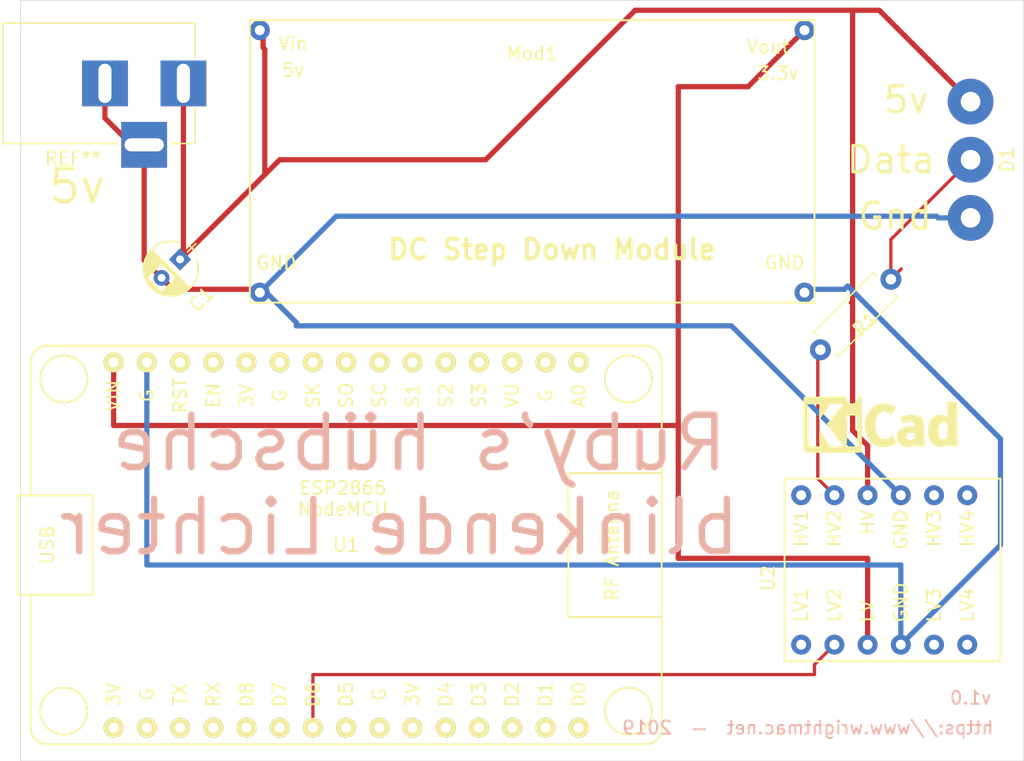
<source format=kicad_pcb>
(kicad_pcb (version 20171130) (host pcbnew "(5.1.2-1)-1")

  (general
    (thickness 1.6)
    (drawings 16)
    (tracks 60)
    (zones 0)
    (modules 8)
    (nets 40)
  )

  (page A4)
  (title_block
    (title "Ruby's Lights")
    (date 2019-05-30)
    (rev .5)
    (company wrightMac)
  )

  (layers
    (0 F.Cu signal)
    (31 B.Cu signal)
    (32 B.Adhes user)
    (33 F.Adhes user)
    (34 B.Paste user)
    (35 F.Paste user)
    (36 B.SilkS user)
    (37 F.SilkS user)
    (38 B.Mask user)
    (39 F.Mask user)
    (40 Dwgs.User user)
    (41 Cmts.User user)
    (42 Eco1.User user)
    (43 Eco2.User user)
    (44 Edge.Cuts user)
    (45 Margin user)
    (46 B.CrtYd user)
    (47 F.CrtYd user)
    (48 B.Fab user)
    (49 F.Fab user hide)
  )

  (setup
    (last_trace_width 0.25)
    (trace_clearance 0.2)
    (zone_clearance 0.508)
    (zone_45_only no)
    (trace_min 0.2)
    (via_size 0.8)
    (via_drill 0.4)
    (via_min_size 0.4)
    (via_min_drill 0.3)
    (uvia_size 0.3)
    (uvia_drill 0.1)
    (uvias_allowed no)
    (uvia_min_size 0.2)
    (uvia_min_drill 0.1)
    (edge_width 0.05)
    (segment_width 0.2)
    (pcb_text_width 0.3)
    (pcb_text_size 1.5 1.5)
    (mod_edge_width 0.12)
    (mod_text_size 1 1)
    (mod_text_width 0.15)
    (pad_size 3.5 3.5)
    (pad_drill 3)
    (pad_to_mask_clearance 0.051)
    (solder_mask_min_width 0.25)
    (aux_axis_origin 0 0)
    (visible_elements FFFFEF7F)
    (pcbplotparams
      (layerselection 0x010fc_ffffffff)
      (usegerberextensions false)
      (usegerberattributes false)
      (usegerberadvancedattributes false)
      (creategerberjobfile false)
      (excludeedgelayer true)
      (linewidth 0.100000)
      (plotframeref false)
      (viasonmask false)
      (mode 1)
      (useauxorigin false)
      (hpglpennumber 1)
      (hpglpenspeed 20)
      (hpglpendiameter 15.000000)
      (psnegative false)
      (psa4output false)
      (plotreference true)
      (plotvalue true)
      (plotinvisibletext false)
      (padsonsilk false)
      (subtractmaskfromsilk false)
      (outputformat 1)
      (mirror false)
      (drillshape 0)
      (scaleselection 1)
      (outputdirectory "Gerbers/"))
  )

  (net 0 "")
  (net 1 GND)
  (net 2 +5V)
  (net 3 "Net-(U1-Pad1)")
  (net 4 "Net-(U1-Pad2)")
  (net 5 "Net-(U1-Pad3)")
  (net 6 "Net-(U1-Pad4)")
  (net 7 "Net-(U1-Pad5)")
  (net 8 "Net-(U1-Pad6)")
  (net 9 "Net-(U1-Pad7)")
  (net 10 "Net-(U1-Pad8)")
  (net 11 "Net-(U1-Pad9)")
  (net 12 "Net-(U1-Pad10)")
  (net 13 "Net-(U1-Pad11)")
  (net 14 "Net-(U1-Pad12)")
  (net 15 "Net-(U1-Pad13)")
  (net 16 "Net-(U1-Pad16)")
  (net 17 "Net-(U1-Pad17)")
  (net 18 "Net-(U1-Pad18)")
  (net 19 "Net-(U1-Pad19)")
  (net 20 "Net-(U1-Pad20)")
  (net 21 "Net-(U1-Pad21)")
  (net 22 "Net-(U1-Pad23)")
  (net 23 "Net-(U1-Pad24)")
  (net 24 "Net-(U1-Pad25)")
  (net 25 "Net-(U1-Pad26)")
  (net 26 "Net-(U1-Pad27)")
  (net 27 "Net-(U1-Pad28)")
  (net 28 "Net-(U1-Pad29)")
  (net 29 "Net-(U1-Pad30)")
  (net 30 "Net-(U2-Pad5)")
  (net 31 /Data)
  (net 32 "Net-(Mod1-Pad1)")
  (net 33 "Net-(Mod1-Pad3)")
  (net 34 "Net-(Mod1-Pad4)")
  (net 35 "Net-(D1-Pad4)")
  (net 36 /3.3v)
  (net 37 "Net-(U2-Pad7)")
  (net 38 "Net-(U2-Pad8)")
  (net 39 "Net-(U2-Pad12)")

  (net_class Default "This is the default net class."
    (clearance 0.2)
    (trace_width 0.25)
    (via_dia 0.8)
    (via_drill 0.4)
    (uvia_dia 0.3)
    (uvia_drill 0.1)
    (add_net /3.3v)
    (add_net /Data)
    (add_net "Net-(D1-Pad4)")
    (add_net "Net-(Mod1-Pad1)")
    (add_net "Net-(Mod1-Pad3)")
    (add_net "Net-(Mod1-Pad4)")
    (add_net "Net-(U1-Pad1)")
    (add_net "Net-(U1-Pad10)")
    (add_net "Net-(U1-Pad11)")
    (add_net "Net-(U1-Pad12)")
    (add_net "Net-(U1-Pad13)")
    (add_net "Net-(U1-Pad16)")
    (add_net "Net-(U1-Pad17)")
    (add_net "Net-(U1-Pad18)")
    (add_net "Net-(U1-Pad19)")
    (add_net "Net-(U1-Pad2)")
    (add_net "Net-(U1-Pad20)")
    (add_net "Net-(U1-Pad21)")
    (add_net "Net-(U1-Pad23)")
    (add_net "Net-(U1-Pad24)")
    (add_net "Net-(U1-Pad25)")
    (add_net "Net-(U1-Pad26)")
    (add_net "Net-(U1-Pad27)")
    (add_net "Net-(U1-Pad28)")
    (add_net "Net-(U1-Pad29)")
    (add_net "Net-(U1-Pad3)")
    (add_net "Net-(U1-Pad30)")
    (add_net "Net-(U1-Pad4)")
    (add_net "Net-(U1-Pad5)")
    (add_net "Net-(U1-Pad6)")
    (add_net "Net-(U1-Pad7)")
    (add_net "Net-(U1-Pad8)")
    (add_net "Net-(U1-Pad9)")
    (add_net "Net-(U2-Pad12)")
    (add_net "Net-(U2-Pad5)")
    (add_net "Net-(U2-Pad7)")
    (add_net "Net-(U2-Pad8)")
  )

  (net_class Power ""
    (clearance 0.2)
    (trace_width 0.4)
    (via_dia 0.8)
    (via_drill 0.4)
    (uvia_dia 0.3)
    (uvia_drill 0.1)
    (add_net +5V)
    (add_net GND)
  )

  (module Symbols:Symbol_KiCAD-Logo_CopperAndSilkScreenTop (layer F.Cu) (tedit 0) (tstamp 5CF193F3)
    (at 119.126 88.392)
    (descr "Symbol, KiCAD-Logo, Silk & Copper Top,")
    (tags "Symbol, KiCAD-Logo, Silk & Copper Top,")
    (fp_text reference REF** (at 0 0) (layer F.SilkS) hide
      (effects (font (size 1.524 1.524) (thickness 0.3)))
    )
    (fp_text value "KiCAD Logo" (at 0.75 0) (layer F.SilkS) hide
      (effects (font (size 1.524 1.524) (thickness 0.3)))
    )
    (fp_poly (pts (xy -1.548637 -1.957301) (xy -1.526845 -1.950024) (xy -1.508414 -1.93358) (xy -1.493065 -1.904803)
      (xy -1.480519 -1.860526) (xy -1.470495 -1.797582) (xy -1.462717 -1.712806) (xy -1.456904 -1.603029)
      (xy -1.452777 -1.465086) (xy -1.450057 -1.295809) (xy -1.448465 -1.092032) (xy -1.447723 -0.850589)
      (xy -1.44755 -0.568313) (xy -1.447668 -0.242036) (xy -1.447797 0.131407) (xy -1.4478 0.1905)
      (xy -1.447878 0.565884) (xy -1.448151 0.893711) (xy -1.448682 1.177221) (xy -1.449531 1.419658)
      (xy -1.45076 1.624261) (xy -1.452431 1.794274) (xy -1.454605 1.932939) (xy -1.457343 2.043496)
      (xy -1.460708 2.129188) (xy -1.464759 2.193257) (xy -1.469559 2.238944) (xy -1.475169 2.269492)
      (xy -1.481651 2.288141) (xy -1.487715 2.296885) (xy -1.498791 2.303992) (xy -1.518999 2.310213)
      (xy -1.55151 2.315606) (xy -1.599497 2.320229) (xy -1.666133 2.32414) (xy -1.75459 2.327396)
      (xy -1.86804 2.330056) (xy -2.009656 2.332175) (xy -2.18261 2.333813) (xy -2.390076 2.335028)
      (xy -2.635224 2.335876) (xy -2.921229 2.336415) (xy -3.251261 2.336703) (xy -3.628495 2.336798)
      (xy -3.683001 2.3368) (xy -4.066824 2.336726) (xy -4.40302 2.336467) (xy -4.694761 2.335965)
      (xy -4.945219 2.335162) (xy -5.157568 2.334) (xy -5.334979 2.332422) (xy -5.480625 2.330371)
      (xy -5.597678 2.327787) (xy -5.689312 2.324615) (xy -5.758697 2.320795) (xy -5.809008 2.316271)
      (xy -5.843416 2.310985) (xy -5.865093 2.304879) (xy -5.877213 2.297895) (xy -5.878286 2.296885)
      (xy -5.885535 2.285627) (xy -5.891862 2.265152) (xy -5.897328 2.232219) (xy -5.901994 2.183586)
      (xy -5.905922 2.116011) (xy -5.909174 2.026252) (xy -5.91181 1.911068) (xy -5.913893 1.767217)
      (xy -5.915483 1.591456) (xy -5.916642 1.380544) (xy -5.917432 1.131239) (xy -5.917914 0.8403)
      (xy -5.918149 0.504484) (xy -5.9182 0.1905) (xy -5.918123 -0.184885) (xy -5.91785 -0.512712)
      (xy -5.917319 -0.796222) (xy -5.91647 -1.038659) (xy -5.915241 -1.243262) (xy -5.914052 -1.364271)
      (xy -5.638801 -1.364271) (xy -5.628363 -1.339362) (xy -5.602056 -1.285156) (xy -5.588001 -1.257301)
      (xy -5.577068 -1.234226) (xy -5.567826 -1.20858) (xy -5.560133 -1.176141) (xy -5.553848 -1.132692)
      (xy -5.548828 -1.074012) (xy -5.544932 -0.995883) (xy -5.542017 -0.894083) (xy -5.539943 -0.764395)
      (xy -5.538566 -0.602599) (xy -5.537746 -0.404475) (xy -5.537341 -0.165803) (xy -5.537209 0.117635)
      (xy -5.537201 0.25429) (xy -5.537561 0.517726) (xy -5.538598 0.766037) (xy -5.540244 0.994556)
      (xy -5.542432 1.198618) (xy -5.545097 1.373558) (xy -5.54817 1.514711) (xy -5.551585 1.61741)
      (xy -5.555276 1.676991) (xy -5.557776 1.69037) (xy -5.5822 1.730136) (xy -5.608032 1.78435)
      (xy -5.637711 1.8542) (xy -5.111206 1.853811) (xy -4.956033 1.852849) (xy -4.82165 1.850381)
      (xy -4.715001 1.846674) (xy -4.64303 1.841992) (xy -4.612681 1.8366) (xy -4.612906 1.834761)
      (xy -4.642855 1.800826) (xy -4.678668 1.742626) (xy -4.682756 1.734811) (xy -4.697682 1.697521)
      (xy -4.708693 1.647267) (xy -4.716331 1.576556) (xy -4.721134 1.477898) (xy -4.723644 1.3438)
      (xy -4.724399 1.166772) (xy -4.7244 1.156961) (xy -4.723167 0.979347) (xy -4.719604 0.836876)
      (xy -4.713922 0.733727) (xy -4.706328 0.674078) (xy -4.699586 0.6604) (xy -4.670086 0.67977)
      (xy -4.632359 0.726744) (xy -4.630085 0.73025) (xy -4.589507 0.787268) (xy -4.555301 0.8255)
      (xy -4.524853 0.862632) (xy -4.484917 0.924966) (xy -4.471329 0.948833) (xy -4.42918 1.01593)
      (xy -4.366473 1.10472) (xy -4.295408 1.198064) (xy -4.281458 1.215533) (xy -4.173339 1.358344)
      (xy -4.082862 1.494967) (xy -4.014611 1.617349) (xy -3.973169 1.71744) (xy -3.9624 1.775923)
      (xy -3.9624 1.8542) (xy -2.835945 1.8542) (xy -2.848071 1.840488) (xy -2.6924 1.840488)
      (xy -2.668301 1.844757) (xy -2.601204 1.848485) (xy -2.498911 1.851448) (xy -2.369222 1.853426)
      (xy -2.219939 1.854196) (xy -2.2098 1.8542) (xy -2.033033 1.853408) (xy -1.901899 1.850806)
      (xy -1.811253 1.846056) (xy -1.75595 1.838818) (xy -1.730844 1.828752) (xy -1.728008 1.82245)
      (xy -1.742962 1.778554) (xy -1.766108 1.741395) (xy -1.775302 1.722692) (xy -1.782898 1.690195)
      (xy -1.789041 1.639498) (xy -1.793873 1.566196) (xy -1.797536 1.465883) (xy -1.800174 1.334154)
      (xy -1.80193 1.166604) (xy -1.802947 0.958827) (xy -1.803367 0.706418) (xy -1.8034 0.592045)
      (xy -1.8034 -0.508) (xy -2.668305 -0.508) (xy -2.629553 -0.433062) (xy -2.619522 -0.407185)
      (xy -2.611333 -0.368908) (xy -2.604808 -0.313393) (xy -2.599774 -0.235803) (xy -2.596053 -0.1313)
      (xy -2.593471 0.004954) (xy -2.591852 0.177797) (xy -2.591021 0.392067) (xy -2.5908 0.63475)
      (xy -2.590914 0.88644) (xy -2.591415 1.092511) (xy -2.592545 1.258147) (xy -2.594545 1.388527)
      (xy -2.597655 1.488835) (xy -2.602117 1.564251) (xy -2.608171 1.619957) (xy -2.616059 1.661135)
      (xy -2.626021 1.692967) (xy -2.638299 1.720635) (xy -2.6416 1.7272) (xy -2.67251 1.790636)
      (xy -2.69052 1.83311) (xy -2.6924 1.840488) (xy -2.848071 1.840488) (xy -2.897523 1.78457)
      (xy -2.941445 1.735266) (xy -2.969627 1.70429) (xy -2.9718 1.70202) (xy -3.029555 1.638905)
      (xy -3.101037 1.554689) (xy -3.176103 1.462065) (xy -3.244609 1.373725) (xy -3.296412 1.302361)
      (xy -3.316624 1.270547) (xy -3.356845 1.206584) (xy -3.420338 1.115299) (xy -3.498196 1.00868)
      (xy -3.581513 0.898715) (xy -3.661383 0.79739) (xy -3.723727 0.722607) (xy -3.784171 0.645548)
      (xy -3.840841 0.561943) (xy -3.845022 0.55505) (xy -3.972363 0.356936) (xy -4.068006 0.226356)
      (xy -4.137964 0.135212) (xy -4.056532 0.04776) (xy -3.98634 -0.031339) (xy -3.896285 -0.138108)
      (xy -3.796943 -0.259549) (xy -3.698893 -0.382661) (xy -3.612711 -0.494445) (xy -3.583849 -0.533185)
      (xy -3.279059 -0.913108) (xy -3.039721 -1.170213) (xy -2.840941 -1.3716) (xy -3.386253 -1.3716)
      (xy -3.57145 -1.371477) (xy -3.712002 -1.370139) (xy -3.814063 -1.366133) (xy -3.883788 -1.358007)
      (xy -3.927331 -1.344309) (xy -3.950847 -1.323584) (xy -3.960489 -1.294382) (xy -3.962414 -1.255249)
      (xy -3.9624 -1.23561) (xy -3.977988 -1.182158) (xy -4.017059 -1.114879) (xy -4.034701 -1.091638)
      (xy -4.093348 -1.014332) (xy -4.15611 -0.923414) (xy -4.178198 -0.889) (xy -4.221448 -0.822236)
      (xy -4.255088 -0.775069) (xy -4.266761 -0.762) (xy -4.296555 -0.732661) (xy -4.345755 -0.676982)
      (xy -4.405478 -0.605892) (xy -4.466838 -0.530319) (xy -4.520953 -0.461192) (xy -4.558937 -0.409439)
      (xy -4.572 -0.386517) (xy -4.588818 -0.357026) (xy -4.630854 -0.309283) (xy -4.648201 -0.2921)
      (xy -4.724401 -0.219096) (xy -4.7244 -0.638912) (xy -4.722807 -0.821698) (xy -4.717105 -0.964524)
      (xy -4.705907 -1.07816) (xy -4.687828 -1.173371) (xy -4.661482 -1.260925) (xy -4.635836 -1.32715)
      (xy -4.632606 -1.342229) (xy -4.641351 -1.353462) (xy -4.668295 -1.361409) (xy -4.719662 -1.366633)
      (xy -4.801676 -1.369697) (xy -4.920561 -1.371162) (xy -5.08254 -1.37159) (xy -5.128083 -1.3716)
      (xy -5.282917 -1.371254) (xy -5.418878 -1.370288) (xy -5.528383 -1.36881) (xy -5.603849 -1.366929)
      (xy -5.637692 -1.364755) (xy -5.638801 -1.364271) (xy -5.914052 -1.364271) (xy -5.91357 -1.413275)
      (xy -5.911396 -1.55194) (xy -5.908658 -1.662497) (xy -5.905293 -1.748189) (xy -5.901242 -1.812258)
      (xy -5.896442 -1.857945) (xy -5.890832 -1.888493) (xy -5.88435 -1.907142) (xy -5.878286 -1.915886)
      (xy -5.865822 -1.924066) (xy -5.843563 -1.931062) (xy -5.807809 -1.936966) (xy -5.754859 -1.941867)
      (xy -5.681012 -1.945856) (xy -5.582569 -1.949022) (xy -5.455827 -1.951456) (xy -5.297087 -1.953248)
      (xy -5.102647 -1.954489) (xy -4.868807 -1.955267) (xy -4.591865 -1.955674) (xy -4.268122 -1.9558)
      (xy -2.6416 -1.9558) (xy -2.6416 -1.859582) (xy -2.621521 -1.743665) (xy -2.568475 -1.625)
      (xy -2.493246 -1.524009) (xy -2.440994 -1.479756) (xy -2.327454 -1.43263) (xy -2.1965 -1.422364)
      (xy -2.062372 -1.446082) (xy -1.93931 -1.500911) (xy -1.841552 -1.583977) (xy -1.8262 -1.603853)
      (xy -1.779194 -1.704572) (xy -1.757561 -1.820123) (xy -1.74631 -1.955801) (xy -1.63697 -1.9558)
      (xy -1.60342 -1.957023) (xy -1.574069 -1.958579) (xy -1.548637 -1.957301)) (layer F.SilkS) (width 0.01))
    (fp_poly (pts (xy -3.386253 -1.3716) (xy -2.840941 -1.3716) (xy -3.039721 -1.170213) (xy -3.369429 -0.807309)
      (xy -3.583849 -0.533185) (xy -3.662297 -0.4296) (xy -3.756856 -0.309471) (xy -3.85695 -0.185798)
      (xy -3.952002 -0.071581) (xy -4.031434 0.020181) (xy -4.056532 0.04776) (xy -4.137964 0.135212)
      (xy -4.068006 0.226356) (xy -3.932564 0.415604) (xy -3.845022 0.55505) (xy -3.790152 0.637286)
      (xy -3.728876 0.716612) (xy -3.723727 0.722607) (xy -3.654778 0.805581) (xy -3.574253 0.908137)
      (xy -3.491058 1.018288) (xy -3.414098 1.124047) (xy -3.352281 1.213425) (xy -3.316624 1.270547)
      (xy -3.281543 1.323596) (xy -3.223014 1.402062) (xy -3.15118 1.493252) (xy -3.076185 1.584472)
      (xy -3.008172 1.663032) (xy -2.9718 1.70202) (xy -2.947911 1.728081) (xy -2.905637 1.775406)
      (xy -2.897523 1.78457) (xy -2.835945 1.8542) (xy -3.9624 1.8542) (xy -3.9624 1.775923)
      (xy -3.979163 1.699395) (xy -4.026393 1.594149) (xy -4.099507 1.468239) (xy -4.193919 1.329716)
      (xy -4.281458 1.215533) (xy -4.352732 1.123313) (xy -4.418053 1.032269) (xy -4.465223 0.959535)
      (xy -4.471329 0.948833) (xy -4.511371 0.882434) (xy -4.546658 0.834284) (xy -4.555301 0.8255)
      (xy -4.589862 0.786816) (xy -4.630085 0.73025) (xy -4.667774 0.682093) (xy -4.698285 0.660487)
      (xy -4.699586 0.6604) (xy -4.708462 0.685091) (xy -4.715582 0.756381) (xy -4.720736 0.870092)
      (xy -4.723717 1.022044) (xy -4.7244 1.156961) (xy -4.723716 1.336263) (xy -4.721305 1.47227)
      (xy -4.716625 1.572475) (xy -4.709137 1.644369) (xy -4.698302 1.695443) (xy -4.683579 1.733188)
      (xy -4.682756 1.734811) (xy -4.647283 1.794491) (xy -4.615777 1.832618) (xy -4.612906 1.834761)
      (xy -4.628403 1.840323) (xy -4.687753 1.845262) (xy -4.784014 1.849312) (xy -4.910241 1.852207)
      (xy -5.059489 1.853682) (xy -5.111206 1.853811) (xy -5.637711 1.8542) (xy -5.608032 1.78435)
      (xy -5.579859 1.725758) (xy -5.557776 1.69037) (xy -5.553943 1.661142) (xy -5.550343 1.585781)
      (xy -5.547041 1.468951) (xy -5.544104 1.315317) (xy -5.541601 1.129546) (xy -5.539596 0.916302)
      (xy -5.538158 0.680251) (xy -5.537353 0.426059) (xy -5.537201 0.25429) (xy -5.537259 -0.049689)
      (xy -5.53753 -0.307088) (xy -5.538154 -0.522126) (xy -5.539274 -0.699022) (xy -5.541031 -0.841996)
      (xy -5.543567 -0.955267) (xy -5.547024 -1.043055) (xy -5.551543 -1.109579) (xy -5.557267 -1.159059)
      (xy -5.564338 -1.195714) (xy -5.572896 -1.223763) (xy -5.583084 -1.247426) (xy -5.588001 -1.257301)
      (xy -5.618756 -1.319131) (xy -5.63681 -1.35834) (xy -5.638801 -1.364271) (xy -5.614665 -1.366493)
      (xy -5.547312 -1.368444) (xy -5.444328 -1.370016) (xy -5.313294 -1.371099) (xy -5.161795 -1.371585)
      (xy -5.128083 -1.3716) (xy -4.95494 -1.371336) (xy -4.826371 -1.370169) (xy -4.736154 -1.367536)
      (xy -4.678063 -1.362877) (xy -4.645876 -1.355628) (xy -4.633368 -1.345228) (xy -4.634314 -1.331115)
      (xy -4.635836 -1.32715) (xy -4.669195 -1.238327) (xy -4.693261 -1.149819) (xy -4.70942 -1.050859)
      (xy -4.719058 -0.930679) (xy -4.72356 -0.778512) (xy -4.7244 -0.638912) (xy -4.724401 -0.219096)
      (xy -4.648201 -0.2921) (xy -4.600587 -0.342443) (xy -4.574006 -0.379722) (xy -4.572 -0.386517)
      (xy -4.556863 -0.41245) (xy -4.517372 -0.465872) (xy -4.462412 -0.535855) (xy -4.400868 -0.611471)
      (xy -4.341623 -0.681791) (xy -4.293561 -0.735886) (xy -4.266761 -0.762) (xy -4.244439 -0.789266)
      (xy -4.206064 -0.84537) (xy -4.178198 -0.889) (xy -4.119995 -0.976702) (xy -4.057049 -1.063302)
      (xy -4.034701 -1.091638) (xy -3.989987 -1.158264) (xy -3.964592 -1.219357) (xy -3.9624 -1.23561)
      (xy -3.961878 -1.279323) (xy -3.956209 -1.312498) (xy -3.939238 -1.336588) (xy -3.904811 -1.353045)
      (xy -3.846774 -1.363323) (xy -3.758972 -1.368873) (xy -3.63525 -1.371149) (xy -3.469455 -1.371604)
      (xy -3.386253 -1.3716)) (layer F.Mask) (width 0.01))
    (fp_poly (pts (xy -1.8034 0.592045) (xy -1.803179 0.863528) (xy -1.802417 1.088618) (xy -1.800974 1.271721)
      (xy -1.798706 1.41724) (xy -1.795469 1.529583) (xy -1.791122 1.613155) (xy -1.78552 1.672359)
      (xy -1.778522 1.711603) (xy -1.769984 1.735292) (xy -1.766108 1.741395) (xy -1.739822 1.778943)
      (xy -1.729109 1.807085) (xy -1.73929 1.827174) (xy -1.775688 1.840563) (xy -1.843624 1.848605)
      (xy -1.948422 1.852653) (xy -2.095402 1.85406) (xy -2.2098 1.8542) (xy -2.360082 1.853515)
      (xy -2.491273 1.851608) (xy -2.595573 1.848702) (xy -2.665181 1.845017) (xy -2.692295 1.840776)
      (xy -2.6924 1.840488) (xy -2.681845 1.811454) (xy -2.655274 1.754509) (xy -2.6416 1.7272)
      (xy -2.628734 1.69976) (xy -2.618241 1.669394) (xy -2.60988 1.63092) (xy -2.603409 1.579155)
      (xy -2.598589 1.508918) (xy -2.595178 1.415027) (xy -2.592935 1.292301) (xy -2.591619 1.135559)
      (xy -2.59099 0.939617) (xy -2.590805 0.699296) (xy -2.5908 0.63475) (xy -2.591053 0.377269)
      (xy -2.591929 0.165749) (xy -2.593604 -0.004649) (xy -2.596252 -0.138762) (xy -2.60005 -0.241429)
      (xy -2.605173 -0.317487) (xy -2.611797 -0.371774) (xy -2.620097 -0.409128) (xy -2.629553 -0.433062)
      (xy -2.668305 -0.508) (xy -1.8034 -0.508) (xy -1.8034 0.592045)) (layer F.Mask) (width 0.01))
    (fp_poly (pts (xy -2.044059 -2.27404) (xy -1.926455 -2.207605) (xy -1.832977 -2.104955) (xy -1.789188 -2.018876)
      (xy -1.758578 -1.880386) (xy -1.767679 -1.742409) (xy -1.815027 -1.620916) (xy -1.827412 -1.60215)
      (xy -1.917851 -1.514592) (xy -2.036729 -1.454447) (xy -2.169667 -1.424582) (xy -2.302287 -1.427866)
      (xy -2.42021 -1.467168) (xy -2.440994 -1.479756) (xy -2.523263 -1.558606) (xy -2.591086 -1.66723)
      (xy -2.633253 -1.784705) (xy -2.6416 -1.854201) (xy -2.622326 -1.963425) (xy -2.57181 -2.07789)
      (xy -2.501018 -2.176842) (xy -2.445358 -2.225705) (xy -2.313139 -2.286124) (xy -2.176163 -2.301224)
      (xy -2.044059 -2.27404)) (layer F.Mask) (width 0.01))
    (fp_poly (pts (xy 0.544676 -1.393659) (xy 0.585911 -1.383857) (xy 0.656879 -1.361171) (xy 0.752173 -1.325037)
      (xy 0.859521 -1.280813) (xy 0.966653 -1.233853) (xy 1.061298 -1.189513) (xy 1.131185 -1.153149)
      (xy 1.162064 -1.132402) (xy 1.152374 -1.109418) (xy 1.120036 -1.054492) (xy 1.071464 -0.977349)
      (xy 1.013074 -0.887712) (xy 0.951281 -0.795305) (xy 0.892502 -0.709849) (xy 0.843152 -0.64107)
      (xy 0.810677 -0.599841) (xy 0.782236 -0.602376) (xy 0.730081 -0.632665) (xy 0.686407 -0.666688)
      (xy 0.541298 -0.758774) (xy 0.376487 -0.804441) (xy 0.218098 -0.805716) (xy 0.047398 -0.765098)
      (xy -0.096741 -0.681873) (xy -0.213755 -0.557075) (xy -0.303081 -0.39174) (xy -0.364157 -0.186903)
      (xy -0.396419 0.056401) (xy -0.399574 0.3302) (xy -0.378133 0.577826) (xy -0.333016 0.783741)
      (xy -0.26237 0.952105) (xy -0.164343 1.08708) (xy -0.037083 1.192826) (xy -0.007421 1.211151)
      (xy 0.069773 1.251415) (xy 0.141238 1.272876) (xy 0.229027 1.280676) (xy 0.2921 1.281009)
      (xy 0.451817 1.265354) (xy 0.590547 1.217392) (xy 0.724625 1.130613) (xy 0.774846 1.088663)
      (xy 0.829092 1.044162) (xy 0.865414 1.020225) (xy 0.873055 1.018969) (xy 0.895216 1.052288)
      (xy 0.934498 1.116333) (xy 0.98523 1.201348) (xy 1.041743 1.297575) (xy 1.098366 1.395257)
      (xy 1.149431 1.484636) (xy 1.189265 1.555956) (xy 1.212201 1.59946) (xy 1.215453 1.60818)
      (xy 1.190218 1.621554) (xy 1.132344 1.652253) (xy 1.054062 1.693786) (xy 1.049457 1.69623)
      (xy 0.887147 1.776612) (xy 0.744212 1.831928) (xy 0.602272 1.866986) (xy 0.442947 1.886593)
      (xy 0.2921 1.89434) (xy 0.099285 1.895569) (xy -0.05275 1.886113) (xy -0.143564 1.870565)
      (xy -0.375799 1.785718) (xy -0.588841 1.656718) (xy -0.778634 1.487906) (xy -0.941122 1.283623)
      (xy -1.072248 1.048209) (xy -1.167956 0.786005) (xy -1.172452 0.769632) (xy -1.20875 0.583026)
      (xy -1.227655 0.36892) (xy -1.229177 0.145257) (xy -1.213331 -0.070018) (xy -1.180128 -0.25896)
      (xy -1.171703 -0.290956) (xy -1.069939 -0.564565) (xy -0.927268 -0.810532) (xy -0.746196 -1.025347)
      (xy -0.52923 -1.205505) (xy -0.508 -1.219918) (xy -0.330356 -1.312496) (xy -0.122302 -1.378252)
      (xy 0.102198 -1.415093) (xy 0.329178 -1.420927) (xy 0.544676 -1.393659)) (layer F.SilkS) (width 0.01))
    (fp_poly (pts (xy 2.62762 -0.547641) (xy 2.803576 -0.507736) (xy 2.922513 -0.463105) (xy 3.015098 -0.407222)
      (xy 3.097779 -0.33364) (xy 3.150917 -0.278812) (xy 3.194396 -0.227171) (xy 3.229291 -0.173008)
      (xy 3.256676 -0.110613) (xy 3.277624 -0.034277) (xy 3.293209 0.06171) (xy 3.304504 0.183058)
      (xy 3.312585 0.335475) (xy 3.318523 0.52467) (xy 3.323394 0.756355) (xy 3.325549 0.877477)
      (xy 3.329807 1.109434) (xy 3.33393 1.296051) (xy 3.338276 1.442785) (xy 3.343203 1.555095)
      (xy 3.349068 1.638437) (xy 3.356231 1.698269) (xy 3.365049 1.740049) (xy 3.37588 1.769234)
      (xy 3.385135 1.785527) (xy 3.430171 1.8542) (xy 2.619418 1.8542) (xy 2.6035 1.700698)
      (xy 2.504102 1.768483) (xy 2.347946 1.847254) (xy 2.167092 1.893178) (xy 1.977295 1.904137)
      (xy 1.794309 1.878011) (xy 1.760834 1.868436) (xy 1.574429 1.786112) (xy 1.42352 1.668585)
      (xy 1.310652 1.519321) (xy 1.238375 1.341786) (xy 1.209235 1.139443) (xy 1.208788 1.1176)
      (xy 1.209452 1.088545) (xy 1.937707 1.088545) (xy 1.941963 1.177884) (xy 1.95209 1.208502)
      (xy 2.014779 1.289089) (xy 2.109723 1.343481) (xy 2.223327 1.367352) (xy 2.341996 1.356378)
      (xy 2.379596 1.344508) (xy 2.466783 1.302968) (xy 2.522424 1.250366) (xy 2.552894 1.17528)
      (xy 2.564566 1.066289) (xy 2.5654 1.011572) (xy 2.5654 0.8128) (xy 2.399484 0.8128)
      (xy 2.235747 0.827824) (xy 2.097128 0.870733) (xy 2.001676 0.931555) (xy 1.959069 0.998298)
      (xy 1.937707 1.088545) (xy 1.209452 1.088545) (xy 1.211403 1.003273) (xy 1.225051 0.915974)
      (xy 1.25455 0.832311) (xy 1.277882 0.782215) (xy 1.382223 0.625636) (xy 1.526604 0.499758)
      (xy 1.710369 0.404878) (xy 1.932862 0.341291) (xy 2.193426 0.309295) (xy 2.333794 0.305241)
      (xy 2.572088 0.3048) (xy 2.558196 0.201228) (xy 2.522262 0.08796) (xy 2.450344 0.009507)
      (xy 2.343724 -0.033837) (xy 2.203687 -0.041777) (xy 2.031516 -0.01402) (xy 1.854509 0.040144)
      (xy 1.770051 0.067413) (xy 1.705058 0.082373) (xy 1.673195 0.081908) (xy 1.672862 0.081589)
      (xy 1.655276 0.049872) (xy 1.62518 -0.016088) (xy 1.587902 -0.103255) (xy 1.548773 -0.198596)
      (xy 1.513122 -0.289075) (xy 1.48628 -0.36166) (xy 1.473575 -0.403315) (xy 1.4732 -0.406698)
      (xy 1.49499 -0.425383) (xy 1.538447 -0.4318) (xy 1.590031 -0.437963) (xy 1.67685 -0.454576)
      (xy 1.785103 -0.478825) (xy 1.862297 -0.497827) (xy 2.128096 -0.54864) (xy 2.386776 -0.565282)
      (xy 2.62762 -0.547641)) (layer F.SilkS) (width 0.01))
    (fp_poly (pts (xy 5.847464 0.05715) (xy 5.849006 0.387052) (xy 5.850566 0.669981) (xy 5.852261 0.909761)
      (xy 5.854208 1.110219) (xy 5.856523 1.275181) (xy 5.859322 1.408472) (xy 5.862724 1.513918)
      (xy 5.866844 1.595345) (xy 5.871799 1.65658) (xy 5.877707 1.701447) (xy 5.884683 1.733774)
      (xy 5.892845 1.757385) (xy 5.899802 1.77165) (xy 5.944904 1.8542) (xy 5.1308 1.8542)
      (xy 5.1308 1.778) (xy 5.127441 1.724452) (xy 5.119351 1.701804) (xy 5.119227 1.7018)
      (xy 5.093109 1.714784) (xy 5.040726 1.747537) (xy 5.013903 1.765421) (xy 4.881603 1.832647)
      (xy 4.721937 1.879589) (xy 4.553022 1.903338) (xy 4.392977 1.900984) (xy 4.2926 1.881247)
      (xy 4.108538 1.799939) (xy 3.94341 1.6782) (xy 3.808517 1.52551) (xy 3.747155 1.423694)
      (xy 3.679731 1.266029) (xy 3.635855 1.099951) (xy 3.612714 0.911403) (xy 3.607241 0.724913)
      (xy 3.608002 0.7112) (xy 4.408136 0.7112) (xy 4.412634 0.886895) (xy 4.426249 1.020414)
      (xy 4.451477 1.119949) (xy 4.490812 1.193691) (xy 4.546751 1.249831) (xy 4.579016 1.27217)
      (xy 4.685421 1.310164) (xy 4.811144 1.307176) (xy 4.946203 1.263728) (xy 4.970499 1.251773)
      (xy 5.0673 1.201557) (xy 5.074142 0.652487) (xy 5.080985 0.103416) (xy 5.013891 0.059454)
      (xy 4.95036 0.032707) (xy 4.860668 0.012044) (xy 4.802633 0.005065) (xy 4.714255 0.00197)
      (xy 4.655291 0.012095) (xy 4.604985 0.040683) (xy 4.578927 0.061568) (xy 4.511583 0.135167)
      (xy 4.462664 0.230737) (xy 4.430341 0.355234) (xy 4.412787 0.515611) (xy 4.408136 0.7112)
      (xy 3.608002 0.7112) (xy 3.623675 0.428965) (xy 3.671542 0.169134) (xy 3.750171 -0.053491)
      (xy 3.858889 -0.23782) (xy 3.997025 -0.382763) (xy 4.163906 -0.487232) (xy 4.35886 -0.550136)
      (xy 4.39817 -0.557165) (xy 4.513703 -0.565425) (xy 4.641063 -0.558571) (xy 4.767661 -0.539148)
      (xy 4.880912 -0.509701) (xy 4.968228 -0.472775) (xy 5.016262 -0.432185) (xy 5.037127 -0.407718)
      (xy 5.05317 -0.412808) (xy 5.064925 -0.451343) (xy 5.072924 -0.527212) (xy 5.077702 -0.644299)
      (xy 5.079793 -0.806494) (xy 5.08 -0.89633) (xy 5.079477 -1.070427) (xy 5.077469 -1.201783)
      (xy 5.073311 -1.29845) (xy 5.066343 -1.368481) (xy 5.055901 -1.419927) (xy 5.041322 -1.460842)
      (xy 5.031938 -1.48053) (xy 4.983876 -1.5748) (xy 5.840228 -1.5748) (xy 5.847464 0.05715)) (layer F.SilkS) (width 0.01))
  )

  (module Connectors:BARREL_JACK (layer F.Cu) (tedit 5CF18D73) (tstamp 5CF19242)
    (at 65.786 62.484)
    (descr "DC Barrel Jack")
    (tags "Power Jack")
    (fp_text reference REF** (at -8.45 5.75 180) (layer F.SilkS)
      (effects (font (size 1 1) (thickness 0.15)))
    )
    (fp_text value BARREL_JACK (at -6.2 -5.5) (layer F.Fab)
      (effects (font (size 1 1) (thickness 0.15)))
    )
    (fp_line (start 1 -4.5) (end 1 -4.75) (layer F.CrtYd) (width 0.05))
    (fp_line (start 1 -4.75) (end -14 -4.75) (layer F.CrtYd) (width 0.05))
    (fp_line (start 1 -4.5) (end 1 -2) (layer F.CrtYd) (width 0.05))
    (fp_line (start 1 -2) (end 2 -2) (layer F.CrtYd) (width 0.05))
    (fp_line (start 2 -2) (end 2 2) (layer F.CrtYd) (width 0.05))
    (fp_line (start 2 2) (end 1 2) (layer F.CrtYd) (width 0.05))
    (fp_line (start 1 2) (end 1 4.75) (layer F.CrtYd) (width 0.05))
    (fp_line (start 1 4.75) (end -1 4.75) (layer F.CrtYd) (width 0.05))
    (fp_line (start -1 4.75) (end -1 6.75) (layer F.CrtYd) (width 0.05))
    (fp_line (start -1 6.75) (end -5 6.75) (layer F.CrtYd) (width 0.05))
    (fp_line (start -5 6.75) (end -5 4.75) (layer F.CrtYd) (width 0.05))
    (fp_line (start -5 4.75) (end -14 4.75) (layer F.CrtYd) (width 0.05))
    (fp_line (start -14 4.75) (end -14 -4.75) (layer F.CrtYd) (width 0.05))
    (fp_line (start -5 4.6) (end -13.8 4.6) (layer F.SilkS) (width 0.12))
    (fp_line (start -13.8 4.6) (end -13.8 -4.6) (layer F.SilkS) (width 0.12))
    (fp_line (start 0.9 1.9) (end 0.9 4.6) (layer F.SilkS) (width 0.12))
    (fp_line (start 0.9 4.6) (end -1 4.6) (layer F.SilkS) (width 0.12))
    (fp_line (start -13.8 -4.6) (end 0.9 -4.6) (layer F.SilkS) (width 0.12))
    (fp_line (start 0.9 -4.6) (end 0.9 -2) (layer F.SilkS) (width 0.12))
    (fp_line (start -10.2 -4.5) (end -10.2 4.5) (layer F.Fab) (width 0.1))
    (fp_line (start -13.7 -4.5) (end -13.7 4.5) (layer F.Fab) (width 0.1))
    (fp_line (start -13.7 4.5) (end 0.8 4.5) (layer F.Fab) (width 0.1))
    (fp_line (start 0.8 4.5) (end 0.8 -4.5) (layer F.Fab) (width 0.1))
    (fp_line (start 0.8 -4.5) (end -13.7 -4.5) (layer F.Fab) (width 0.1))
    (pad 1 thru_hole rect (at 0 0) (size 3.5 3.5) (drill oval 1 3) (layers *.Cu *.Mask)
      (net 2 +5V))
    (pad 2 thru_hole rect (at -6 0) (size 3.5 3.5) (drill oval 1 3) (layers *.Cu *.Mask)
      (net 1 GND))
    (pad 3 thru_hole rect (at -3 4.7) (size 3.5 3.5) (drill oval 3 1) (layers *.Cu *.Mask)
      (net 1 GND))
  )

  (module PeteyCustom:LevelShifter4Chan (layer F.Cu) (tedit 5CF18C1C) (tstamp 5CF18AB0)
    (at 118.11 100.33 90)
    (path /5CF4CA12)
    (fp_text reference U2 (at 0 -7.62 90) (layer F.SilkS)
      (effects (font (size 1 1) (thickness 0.15)))
    )
    (fp_text value TXB0104RUT (at 0 11.43 90) (layer F.Fab)
      (effects (font (size 1 1) (thickness 0.15)))
    )
    (fp_text user HV4 (at 3.81 7.62 90) (layer F.SilkS)
      (effects (font (size 1 1) (thickness 0.15)))
    )
    (fp_text user HV3 (at 3.81 5.08 90) (layer F.SilkS)
      (effects (font (size 1 1) (thickness 0.15)))
    )
    (fp_text user GND (at 3.714762 2.54 90) (layer F.SilkS)
      (effects (font (size 1 1) (thickness 0.15)))
    )
    (fp_text user HV (at 4.286191 0 90) (layer F.SilkS)
      (effects (font (size 1 1) (thickness 0.15)))
    )
    (fp_text user HV2 (at 3.81 -2.54 90) (layer F.SilkS)
      (effects (font (size 1 1) (thickness 0.15)))
    )
    (fp_text user HV1 (at 3.81 -5.08 90) (layer F.SilkS)
      (effects (font (size 1 1) (thickness 0.15)))
    )
    (fp_text user LV4 (at -2.063809 7.62 90) (layer F.SilkS)
      (effects (font (size 1 1) (thickness 0.15)))
    )
    (fp_text user LV3 (at -2.063809 5.08 90) (layer F.SilkS)
      (effects (font (size 1 1) (thickness 0.15)))
    )
    (fp_text user GND (at -1.849524 2.54 90) (layer F.SilkS)
      (effects (font (size 1 1) (thickness 0.15)))
    )
    (fp_text user LV (at -2.54 0 90) (layer F.SilkS)
      (effects (font (size 1 1) (thickness 0.15)))
    )
    (fp_text user LV2 (at -2.063809 -2.54 90) (layer F.SilkS)
      (effects (font (size 1 1) (thickness 0.15)))
    )
    (fp_text user LV1 (at -2.063809 -5.08 90) (layer F.SilkS)
      (effects (font (size 1 1) (thickness 0.15)))
    )
    (fp_line (start -6.35 10.16) (end -6.35 -6.35) (layer F.SilkS) (width 0.15))
    (fp_line (start 7.62 10.16) (end -6.35 10.16) (layer F.SilkS) (width 0.15))
    (fp_line (start 7.62 -6.35) (end 7.62 10.16) (layer F.SilkS) (width 0.15))
    (fp_line (start -6.35 -6.35) (end 7.62 -6.35) (layer F.SilkS) (width 0.15))
    (pad 12 thru_hole circle (at 6.35 -5.08 90) (size 1.524 1.524) (drill 0.762) (layers *.Cu *.Mask)
      (net 39 "Net-(U2-Pad12)"))
    (pad 11 thru_hole circle (at 6.35 -2.54 90) (size 1.524 1.524) (drill 0.762) (layers *.Cu *.Mask)
      (net 31 /Data))
    (pad 10 thru_hole circle (at 6.35 0 90) (size 1.524 1.524) (drill 0.762) (layers *.Cu *.Mask)
      (net 2 +5V))
    (pad 9 thru_hole circle (at 6.35 2.54 90) (size 1.524 1.524) (drill 0.762) (layers *.Cu *.Mask)
      (net 1 GND))
    (pad 8 thru_hole circle (at 6.35 5.08 90) (size 1.524 1.524) (drill 0.762) (layers *.Cu *.Mask)
      (net 38 "Net-(U2-Pad8)"))
    (pad 7 thru_hole circle (at 6.35 7.62 90) (size 1.524 1.524) (drill 0.762) (layers *.Cu *.Mask)
      (net 37 "Net-(U2-Pad7)"))
    (pad 6 thru_hole circle (at -5.08 7.62 90) (size 1.524 1.524) (drill 0.762) (layers *.Cu *.Mask))
    (pad 5 thru_hole circle (at -5.08 5.08 90) (size 1.524 1.524) (drill 0.762) (layers *.Cu *.Mask)
      (net 30 "Net-(U2-Pad5)"))
    (pad 4 thru_hole circle (at -5.08 2.54 90) (size 1.524 1.524) (drill 0.762) (layers *.Cu *.Mask)
      (net 1 GND))
    (pad 3 thru_hole circle (at -5.08 0 90) (size 1.524 1.524) (drill 0.762) (layers *.Cu *.Mask)
      (net 36 /3.3v))
    (pad 2 thru_hole circle (at -5.08 -2.54 90) (size 1.524 1.524) (drill 0.762) (layers *.Cu *.Mask)
      (net 31 /Data))
    (pad 1 thru_hole circle (at -5.08 -5.08 90) (size 1.524 1.524) (drill 0.762) (layers *.Cu *.Mask))
  )

  (module Wire_Pads:SolderWirePad_3x_1-5mmDrill (layer F.Cu) (tedit 5CF18C93) (tstamp 5CF04B37)
    (at 125.984 68.326 270)
    (path /5CF05EEA)
    (fp_text reference D1 (at 0 -2.794 90) (layer F.SilkS)
      (effects (font (size 1 1) (thickness 0.15)))
    )
    (fp_text value NeoPixel_THT (at 1.27 3.81 90) (layer F.Fab)
      (effects (font (size 1 1) (thickness 0.15)))
    )
    (pad 1 thru_hole circle (at -4.445 0 270) (size 3.50012 3.50012) (drill 1.50114) (layers *.Cu *.Mask)
      (net 2 +5V))
    (pad 2 thru_hole circle (at 0 0 270) (size 3.50012 3.50012) (drill 1.50114) (layers *.Cu *.Mask)
      (net 31 /Data))
    (pad 3 thru_hole circle (at 4.445 0 270) (size 3.50012 3.50012) (drill 1.50114) (layers *.Cu *.Mask)
      (net 1 GND))
  )

  (module Capacitors_THT:CP_Radial_D4.0mm_P2.00mm (layer F.Cu) (tedit 597BC7C2) (tstamp 5CF04B22)
    (at 65.532 75.946 225)
    (descr "CP, Radial series, Radial, pin pitch=2.00mm, , diameter=4mm, Electrolytic Capacitor")
    (tags "CP Radial series Radial pin pitch 2.00mm  diameter 4mm Electrolytic Capacitor")
    (path /5CF16DAA)
    (fp_text reference C1 (at 1 -3.31 45) (layer F.SilkS)
      (effects (font (size 1 1) (thickness 0.15)))
    )
    (fp_text value 1000uF (at 1 3.31 45) (layer F.Fab)
      (effects (font (size 1 1) (thickness 0.15)))
    )
    (fp_arc (start 1 0) (end -0.845996 -0.98) (angle 124.1) (layer F.SilkS) (width 0.12))
    (fp_arc (start 1 0) (end -0.845996 0.98) (angle -124.1) (layer F.SilkS) (width 0.12))
    (fp_arc (start 1 0) (end 2.845996 -0.98) (angle 55.9) (layer F.SilkS) (width 0.12))
    (fp_circle (center 1 0) (end 3 0) (layer F.Fab) (width 0.1))
    (fp_line (start -1.7 0) (end -0.8 0) (layer F.Fab) (width 0.1))
    (fp_line (start -1.25 -0.45) (end -1.25 0.45) (layer F.Fab) (width 0.1))
    (fp_line (start 1 -2.05) (end 1 2.05) (layer F.SilkS) (width 0.12))
    (fp_line (start 1.04 -2.05) (end 1.04 2.05) (layer F.SilkS) (width 0.12))
    (fp_line (start 1.08 -2.049) (end 1.08 2.049) (layer F.SilkS) (width 0.12))
    (fp_line (start 1.12 -2.047) (end 1.12 2.047) (layer F.SilkS) (width 0.12))
    (fp_line (start 1.16 -2.044) (end 1.16 2.044) (layer F.SilkS) (width 0.12))
    (fp_line (start 1.2 -2.041) (end 1.2 2.041) (layer F.SilkS) (width 0.12))
    (fp_line (start 1.24 -2.037) (end 1.24 -0.78) (layer F.SilkS) (width 0.12))
    (fp_line (start 1.24 0.78) (end 1.24 2.037) (layer F.SilkS) (width 0.12))
    (fp_line (start 1.28 -2.032) (end 1.28 -0.78) (layer F.SilkS) (width 0.12))
    (fp_line (start 1.28 0.78) (end 1.28 2.032) (layer F.SilkS) (width 0.12))
    (fp_line (start 1.32 -2.026) (end 1.32 -0.78) (layer F.SilkS) (width 0.12))
    (fp_line (start 1.32 0.78) (end 1.32 2.026) (layer F.SilkS) (width 0.12))
    (fp_line (start 1.36 -2.019) (end 1.36 -0.78) (layer F.SilkS) (width 0.12))
    (fp_line (start 1.36 0.78) (end 1.36 2.019) (layer F.SilkS) (width 0.12))
    (fp_line (start 1.4 -2.012) (end 1.4 -0.78) (layer F.SilkS) (width 0.12))
    (fp_line (start 1.4 0.78) (end 1.4 2.012) (layer F.SilkS) (width 0.12))
    (fp_line (start 1.44 -2.004) (end 1.44 -0.78) (layer F.SilkS) (width 0.12))
    (fp_line (start 1.44 0.78) (end 1.44 2.004) (layer F.SilkS) (width 0.12))
    (fp_line (start 1.48 -1.995) (end 1.48 -0.78) (layer F.SilkS) (width 0.12))
    (fp_line (start 1.48 0.78) (end 1.48 1.995) (layer F.SilkS) (width 0.12))
    (fp_line (start 1.52 -1.985) (end 1.52 -0.78) (layer F.SilkS) (width 0.12))
    (fp_line (start 1.52 0.78) (end 1.52 1.985) (layer F.SilkS) (width 0.12))
    (fp_line (start 1.56 -1.974) (end 1.56 -0.78) (layer F.SilkS) (width 0.12))
    (fp_line (start 1.56 0.78) (end 1.56 1.974) (layer F.SilkS) (width 0.12))
    (fp_line (start 1.6 -1.963) (end 1.6 -0.78) (layer F.SilkS) (width 0.12))
    (fp_line (start 1.6 0.78) (end 1.6 1.963) (layer F.SilkS) (width 0.12))
    (fp_line (start 1.64 -1.95) (end 1.64 -0.78) (layer F.SilkS) (width 0.12))
    (fp_line (start 1.64 0.78) (end 1.64 1.95) (layer F.SilkS) (width 0.12))
    (fp_line (start 1.68 -1.937) (end 1.68 -0.78) (layer F.SilkS) (width 0.12))
    (fp_line (start 1.68 0.78) (end 1.68 1.937) (layer F.SilkS) (width 0.12))
    (fp_line (start 1.721 -1.923) (end 1.721 -0.78) (layer F.SilkS) (width 0.12))
    (fp_line (start 1.721 0.78) (end 1.721 1.923) (layer F.SilkS) (width 0.12))
    (fp_line (start 1.761 -1.907) (end 1.761 -0.78) (layer F.SilkS) (width 0.12))
    (fp_line (start 1.761 0.78) (end 1.761 1.907) (layer F.SilkS) (width 0.12))
    (fp_line (start 1.801 -1.891) (end 1.801 -0.78) (layer F.SilkS) (width 0.12))
    (fp_line (start 1.801 0.78) (end 1.801 1.891) (layer F.SilkS) (width 0.12))
    (fp_line (start 1.841 -1.874) (end 1.841 -0.78) (layer F.SilkS) (width 0.12))
    (fp_line (start 1.841 0.78) (end 1.841 1.874) (layer F.SilkS) (width 0.12))
    (fp_line (start 1.881 -1.856) (end 1.881 -0.78) (layer F.SilkS) (width 0.12))
    (fp_line (start 1.881 0.78) (end 1.881 1.856) (layer F.SilkS) (width 0.12))
    (fp_line (start 1.921 -1.837) (end 1.921 -0.78) (layer F.SilkS) (width 0.12))
    (fp_line (start 1.921 0.78) (end 1.921 1.837) (layer F.SilkS) (width 0.12))
    (fp_line (start 1.961 -1.817) (end 1.961 -0.78) (layer F.SilkS) (width 0.12))
    (fp_line (start 1.961 0.78) (end 1.961 1.817) (layer F.SilkS) (width 0.12))
    (fp_line (start 2.001 -1.796) (end 2.001 -0.78) (layer F.SilkS) (width 0.12))
    (fp_line (start 2.001 0.78) (end 2.001 1.796) (layer F.SilkS) (width 0.12))
    (fp_line (start 2.041 -1.773) (end 2.041 -0.78) (layer F.SilkS) (width 0.12))
    (fp_line (start 2.041 0.78) (end 2.041 1.773) (layer F.SilkS) (width 0.12))
    (fp_line (start 2.081 -1.75) (end 2.081 -0.78) (layer F.SilkS) (width 0.12))
    (fp_line (start 2.081 0.78) (end 2.081 1.75) (layer F.SilkS) (width 0.12))
    (fp_line (start 2.121 -1.725) (end 2.121 -0.78) (layer F.SilkS) (width 0.12))
    (fp_line (start 2.121 0.78) (end 2.121 1.725) (layer F.SilkS) (width 0.12))
    (fp_line (start 2.161 -1.699) (end 2.161 -0.78) (layer F.SilkS) (width 0.12))
    (fp_line (start 2.161 0.78) (end 2.161 1.699) (layer F.SilkS) (width 0.12))
    (fp_line (start 2.201 -1.672) (end 2.201 -0.78) (layer F.SilkS) (width 0.12))
    (fp_line (start 2.201 0.78) (end 2.201 1.672) (layer F.SilkS) (width 0.12))
    (fp_line (start 2.241 -1.643) (end 2.241 -0.78) (layer F.SilkS) (width 0.12))
    (fp_line (start 2.241 0.78) (end 2.241 1.643) (layer F.SilkS) (width 0.12))
    (fp_line (start 2.281 -1.613) (end 2.281 -0.78) (layer F.SilkS) (width 0.12))
    (fp_line (start 2.281 0.78) (end 2.281 1.613) (layer F.SilkS) (width 0.12))
    (fp_line (start 2.321 -1.581) (end 2.321 -0.78) (layer F.SilkS) (width 0.12))
    (fp_line (start 2.321 0.78) (end 2.321 1.581) (layer F.SilkS) (width 0.12))
    (fp_line (start 2.361 -1.547) (end 2.361 -0.78) (layer F.SilkS) (width 0.12))
    (fp_line (start 2.361 0.78) (end 2.361 1.547) (layer F.SilkS) (width 0.12))
    (fp_line (start 2.401 -1.512) (end 2.401 -0.78) (layer F.SilkS) (width 0.12))
    (fp_line (start 2.401 0.78) (end 2.401 1.512) (layer F.SilkS) (width 0.12))
    (fp_line (start 2.441 -1.475) (end 2.441 -0.78) (layer F.SilkS) (width 0.12))
    (fp_line (start 2.441 0.78) (end 2.441 1.475) (layer F.SilkS) (width 0.12))
    (fp_line (start 2.481 -1.436) (end 2.481 -0.78) (layer F.SilkS) (width 0.12))
    (fp_line (start 2.481 0.78) (end 2.481 1.436) (layer F.SilkS) (width 0.12))
    (fp_line (start 2.521 -1.395) (end 2.521 -0.78) (layer F.SilkS) (width 0.12))
    (fp_line (start 2.521 0.78) (end 2.521 1.395) (layer F.SilkS) (width 0.12))
    (fp_line (start 2.561 -1.351) (end 2.561 -0.78) (layer F.SilkS) (width 0.12))
    (fp_line (start 2.561 0.78) (end 2.561 1.351) (layer F.SilkS) (width 0.12))
    (fp_line (start 2.601 -1.305) (end 2.601 -0.78) (layer F.SilkS) (width 0.12))
    (fp_line (start 2.601 0.78) (end 2.601 1.305) (layer F.SilkS) (width 0.12))
    (fp_line (start 2.641 -1.256) (end 2.641 -0.78) (layer F.SilkS) (width 0.12))
    (fp_line (start 2.641 0.78) (end 2.641 1.256) (layer F.SilkS) (width 0.12))
    (fp_line (start 2.681 -1.204) (end 2.681 -0.78) (layer F.SilkS) (width 0.12))
    (fp_line (start 2.681 0.78) (end 2.681 1.204) (layer F.SilkS) (width 0.12))
    (fp_line (start 2.721 -1.148) (end 2.721 -0.78) (layer F.SilkS) (width 0.12))
    (fp_line (start 2.721 0.78) (end 2.721 1.148) (layer F.SilkS) (width 0.12))
    (fp_line (start 2.761 -1.088) (end 2.761 -0.78) (layer F.SilkS) (width 0.12))
    (fp_line (start 2.761 0.78) (end 2.761 1.088) (layer F.SilkS) (width 0.12))
    (fp_line (start 2.801 -1.023) (end 2.801 1.023) (layer F.SilkS) (width 0.12))
    (fp_line (start 2.841 -0.952) (end 2.841 0.952) (layer F.SilkS) (width 0.12))
    (fp_line (start 2.881 -0.874) (end 2.881 0.874) (layer F.SilkS) (width 0.12))
    (fp_line (start 2.921 -0.786) (end 2.921 0.786) (layer F.SilkS) (width 0.12))
    (fp_line (start 2.961 -0.686) (end 2.961 0.686) (layer F.SilkS) (width 0.12))
    (fp_line (start 3.001 -0.567) (end 3.001 0.567) (layer F.SilkS) (width 0.12))
    (fp_line (start 3.041 -0.415) (end 3.041 0.415) (layer F.SilkS) (width 0.12))
    (fp_line (start 3.081 -0.165) (end 3.081 0.165) (layer F.SilkS) (width 0.12))
    (fp_line (start -1.7 0) (end -0.8 0) (layer F.SilkS) (width 0.12))
    (fp_line (start -1.25 -0.45) (end -1.25 0.45) (layer F.SilkS) (width 0.12))
    (fp_line (start -1.35 -2.35) (end -1.35 2.35) (layer F.CrtYd) (width 0.05))
    (fp_line (start -1.35 2.35) (end 3.35 2.35) (layer F.CrtYd) (width 0.05))
    (fp_line (start 3.35 2.35) (end 3.35 -2.35) (layer F.CrtYd) (width 0.05))
    (fp_line (start 3.35 -2.35) (end -1.35 -2.35) (layer F.CrtYd) (width 0.05))
    (fp_text user %R (at 1 0 45) (layer F.Fab)
      (effects (font (size 1 1) (thickness 0.15)))
    )
    (pad 1 thru_hole rect (at 0 0 225) (size 1.2 1.2) (drill 0.6) (layers *.Cu *.Mask)
      (net 2 +5V))
    (pad 2 thru_hole circle (at 2 0 225) (size 1.2 1.2) (drill 0.6) (layers *.Cu *.Mask)
      (net 1 GND))
    (model ${KISYS3DMOD}/Capacitors_THT.3dshapes/CP_Radial_D4.0mm_P2.00mm.wrl
      (at (xyz 0 0 0))
      (scale (xyz 1 1 1))
      (rotate (xyz 0 0 0))
    )
  )

  (module Resistors_THT:R_Axial_DIN0207_L6.3mm_D2.5mm_P7.62mm_Horizontal (layer F.Cu) (tedit 5874F706) (tstamp 5CF04B4D)
    (at 119.888 77.47 225)
    (descr "Resistor, Axial_DIN0207 series, Axial, Horizontal, pin pitch=7.62mm, 0.25W = 1/4W, length*diameter=6.3*2.5mm^2, http://cdn-reichelt.de/documents/datenblatt/B400/1_4W%23YAG.pdf")
    (tags "Resistor Axial_DIN0207 series Axial Horizontal pin pitch 7.62mm 0.25W = 1/4W length 6.3mm diameter 2.5mm")
    (path /5CF166ED)
    (fp_text reference R1 (at 3.81 -1.016 45) (layer F.SilkS)
      (effects (font (size 1 1) (thickness 0.15)))
    )
    (fp_text value 300 (at 3.81 2.31 45) (layer F.Fab)
      (effects (font (size 1 1) (thickness 0.15)))
    )
    (fp_line (start 0.66 -1.25) (end 0.66 1.25) (layer F.Fab) (width 0.1))
    (fp_line (start 0.66 1.25) (end 6.96 1.25) (layer F.Fab) (width 0.1))
    (fp_line (start 6.96 1.25) (end 6.96 -1.25) (layer F.Fab) (width 0.1))
    (fp_line (start 6.96 -1.25) (end 0.66 -1.25) (layer F.Fab) (width 0.1))
    (fp_line (start 0 0) (end 0.66 0) (layer F.Fab) (width 0.1))
    (fp_line (start 7.62 0) (end 6.96 0) (layer F.Fab) (width 0.1))
    (fp_line (start 0.6 -0.98) (end 0.6 -1.31) (layer F.SilkS) (width 0.12))
    (fp_line (start 0.6 -1.31) (end 7.02 -1.31) (layer F.SilkS) (width 0.12))
    (fp_line (start 7.02 -1.31) (end 7.02 -0.98) (layer F.SilkS) (width 0.12))
    (fp_line (start 0.6 0.98) (end 0.6 1.31) (layer F.SilkS) (width 0.12))
    (fp_line (start 0.6 1.31) (end 7.02 1.31) (layer F.SilkS) (width 0.12))
    (fp_line (start 7.02 1.31) (end 7.02 0.98) (layer F.SilkS) (width 0.12))
    (fp_line (start -1.05 -1.6) (end -1.05 1.6) (layer F.CrtYd) (width 0.05))
    (fp_line (start -1.05 1.6) (end 8.7 1.6) (layer F.CrtYd) (width 0.05))
    (fp_line (start 8.7 1.6) (end 8.7 -1.6) (layer F.CrtYd) (width 0.05))
    (fp_line (start 8.7 -1.6) (end -1.05 -1.6) (layer F.CrtYd) (width 0.05))
    (pad 1 thru_hole circle (at 0 0 225) (size 1.6 1.6) (drill 0.8) (layers *.Cu *.Mask)
      (net 35 "Net-(D1-Pad4)"))
    (pad 2 thru_hole oval (at 7.62 0 225) (size 1.6 1.6) (drill 0.8) (layers *.Cu *.Mask)
      (net 31 /Data))
    (model ${KISYS3DMOD}/Resistors_THT.3dshapes/R_Axial_DIN0207_L6.3mm_D2.5mm_P7.62mm_Horizontal.wrl
      (at (xyz 0 0 0))
      (scale (xyz 0.393701 0.393701 0.393701))
      (rotate (xyz 0 0 0))
    )
  )

  (module "ESP8266ii:NodeMCU1.0(12-E)" (layer F.Cu) (tedit 5AF3DDCB) (tstamp 5CF04BA3)
    (at 78.232 97.79 270)
    (path /5CF0390D)
    (fp_text reference U1 (at 0 0 180) (layer F.SilkS)
      (effects (font (size 1 1) (thickness 0.15)))
    )
    (fp_text value "NodeMCU1.0(ESP-12E)" (at 0 -5.08 90) (layer F.Fab)
      (effects (font (size 1 1) (thickness 0.15)))
    )
    (fp_line (start 13.97 -24.13) (end -13.97 -24.13) (layer F.SilkS) (width 0.15))
    (fp_circle (center 12.7 -21.59) (end 13.97 -22.86) (layer F.SilkS) (width 0.15))
    (fp_circle (center -12.7 -21.59) (end -11.43 -22.86) (layer F.SilkS) (width 0.15))
    (fp_circle (center -12.7 21.59) (end -11.43 20.32) (layer F.SilkS) (width 0.15))
    (fp_circle (center 12.7 21.59) (end 13.97 20.32) (layer F.SilkS) (width 0.15))
    (fp_text user D0 (at 11.43 -17.78 90) (layer F.SilkS)
      (effects (font (size 1 1) (thickness 0.15)))
    )
    (fp_text user D1 (at 11.43 -15.24 90) (layer F.SilkS)
      (effects (font (size 1 1) (thickness 0.15)))
    )
    (fp_text user D2 (at 11.43 -12.7 90) (layer F.SilkS)
      (effects (font (size 1 1) (thickness 0.15)))
    )
    (fp_text user D3 (at 11.43 -10.16 90) (layer F.SilkS)
      (effects (font (size 1 1) (thickness 0.15)))
    )
    (fp_text user D4 (at 11.43 -7.62 90) (layer F.SilkS)
      (effects (font (size 1 1) (thickness 0.15)))
    )
    (fp_text user 3V (at 11.43 -5.08 90) (layer F.SilkS)
      (effects (font (size 1 1) (thickness 0.15)))
    )
    (fp_text user G (at 11.43 -2.54 90) (layer F.SilkS)
      (effects (font (size 1 1) (thickness 0.15)))
    )
    (fp_text user D5 (at 11.43 0 90) (layer F.SilkS)
      (effects (font (size 1 1) (thickness 0.15)))
    )
    (fp_text user D6 (at 11.43 2.54 90) (layer F.SilkS)
      (effects (font (size 1 1) (thickness 0.15)))
    )
    (fp_text user D7 (at 11.43 5.08 90) (layer F.SilkS)
      (effects (font (size 1 1) (thickness 0.15)))
    )
    (fp_text user D8 (at 11.43 7.62 90) (layer F.SilkS)
      (effects (font (size 1 1) (thickness 0.15)))
    )
    (fp_text user RX (at 11.43 10.16 90) (layer F.SilkS)
      (effects (font (size 1 1) (thickness 0.15)))
    )
    (fp_text user TX (at 11.43 12.7 90) (layer F.SilkS)
      (effects (font (size 1 1) (thickness 0.15)))
    )
    (fp_text user G (at 11.43 15.24 90) (layer F.SilkS)
      (effects (font (size 1 1) (thickness 0.15)))
    )
    (fp_text user 3V (at 11.43 17.78 90) (layer F.SilkS)
      (effects (font (size 1 1) (thickness 0.15)))
    )
    (fp_text user A0 (at -11.43 -17.78 90) (layer F.SilkS)
      (effects (font (size 1 1) (thickness 0.15)))
    )
    (fp_text user G (at -11.43 -15.24 90) (layer F.SilkS)
      (effects (font (size 1 1) (thickness 0.15)))
    )
    (fp_text user VU (at -11.43 -12.7 90) (layer F.SilkS)
      (effects (font (size 1 1) (thickness 0.15)))
    )
    (fp_text user S3 (at -11.43 -10.16 90) (layer F.SilkS)
      (effects (font (size 1 1) (thickness 0.15)))
    )
    (fp_text user S2 (at -11.43 -7.62 90) (layer F.SilkS)
      (effects (font (size 1 1) (thickness 0.15)))
    )
    (fp_text user S1 (at -11.43 -5.08 90) (layer F.SilkS)
      (effects (font (size 1 1) (thickness 0.15)))
    )
    (fp_text user SC (at -11.43 -2.54 90) (layer F.SilkS)
      (effects (font (size 1 1) (thickness 0.15)))
    )
    (fp_text user SO (at -11.43 0 90) (layer F.SilkS)
      (effects (font (size 1 1) (thickness 0.15)))
    )
    (fp_text user SK (at -11.43 2.54 90) (layer F.SilkS)
      (effects (font (size 1 1) (thickness 0.15)))
    )
    (fp_text user G (at -11.43 5.08 90) (layer F.SilkS)
      (effects (font (size 1 1) (thickness 0.15)))
    )
    (fp_text user 3V (at -11.43 7.62 90) (layer F.SilkS)
      (effects (font (size 1 1) (thickness 0.15)))
    )
    (fp_text user EN (at -11.43 10.16 90) (layer F.SilkS)
      (effects (font (size 1 1) (thickness 0.15)))
    )
    (fp_text user RST (at -11.43 12.7 90) (layer F.SilkS)
      (effects (font (size 1 1) (thickness 0.15)))
    )
    (fp_text user G (at -11.43 15.24 90) (layer F.SilkS)
      (effects (font (size 1 1) (thickness 0.15)))
    )
    (fp_text user VIN (at -11.43 17.78 90) (layer F.SilkS)
      (effects (font (size 1 1) (thickness 0.15)))
    )
    (fp_line (start -3.8 24.13) (end -13.97 24.13) (layer F.SilkS) (width 0.15))
    (fp_line (start -15.24 -22.86) (end -15.24 22.86) (layer F.SilkS) (width 0.15))
    (fp_line (start 15.24 -22.86) (end 15.24 22.86) (layer F.SilkS) (width 0.15))
    (fp_arc (start -13.97 22.86) (end -13.97 24.13) (angle 90) (layer F.SilkS) (width 0.15))
    (fp_arc (start 13.97 22.86) (end 15.24 22.86) (angle 90) (layer F.SilkS) (width 0.15))
    (fp_arc (start 13.97 -22.86) (end 13.97 -24.13) (angle 90) (layer F.SilkS) (width 0.15))
    (fp_arc (start -13.97 -22.86) (end -15.24 -22.86) (angle 90) (layer F.SilkS) (width 0.15))
    (fp_line (start 3.8 25.13) (end -3.8 25.13) (layer F.SilkS) (width 0.15))
    (fp_line (start 3.8 19.4) (end 3.8 25.13) (layer F.SilkS) (width 0.15))
    (fp_line (start -3.8 19.4) (end 3.8 19.4) (layer F.SilkS) (width 0.15))
    (fp_line (start -3.8 25.13) (end -3.8 19.4) (layer F.SilkS) (width 0.15))
    (fp_line (start -5.5 -17) (end -5.5 -24.13) (layer F.SilkS) (width 0.15))
    (fp_line (start 5.5 -24.13) (end 5.5 -17) (layer F.SilkS) (width 0.15))
    (fp_line (start 5.5 -17) (end -5.5 -17) (layer F.SilkS) (width 0.15))
    (fp_text user "RF Antenna" (at 0 -20.32 90) (layer F.SilkS)
      (effects (font (size 1 1) (thickness 0.15)))
    )
    (fp_text user USB (at 0 22.86 90) (layer F.SilkS)
      (effects (font (size 1 1) (thickness 0.15)))
    )
    (fp_line (start 13.98 24.13) (end 3.81 24.13) (layer F.SilkS) (width 0.15))
    (pad 30 thru_hole circle (at 13.97 -17.78 270) (size 1.524 1.524) (drill 0.762) (layers *.Cu *.Mask F.SilkS)
      (net 29 "Net-(U1-Pad30)"))
    (pad 29 thru_hole circle (at 13.97 -15.24 270) (size 1.524 1.524) (drill 0.762) (layers *.Cu *.Mask F.SilkS)
      (net 28 "Net-(U1-Pad29)"))
    (pad 28 thru_hole circle (at 13.97 -12.7 270) (size 1.524 1.524) (drill 0.762) (layers *.Cu *.Mask F.SilkS)
      (net 27 "Net-(U1-Pad28)"))
    (pad 27 thru_hole circle (at 13.97 -10.16 270) (size 1.524 1.524) (drill 0.762) (layers *.Cu *.Mask F.SilkS)
      (net 26 "Net-(U1-Pad27)"))
    (pad 26 thru_hole circle (at 13.97 -7.62 270) (size 1.524 1.524) (drill 0.762) (layers *.Cu *.Mask F.SilkS)
      (net 25 "Net-(U1-Pad26)"))
    (pad 25 thru_hole circle (at 13.97 -5.08 270) (size 1.524 1.524) (drill 0.762) (layers *.Cu *.Mask F.SilkS)
      (net 24 "Net-(U1-Pad25)"))
    (pad 24 thru_hole circle (at 13.97 -2.54 270) (size 1.524 1.524) (drill 0.762) (layers *.Cu *.Mask F.SilkS)
      (net 23 "Net-(U1-Pad24)"))
    (pad 23 thru_hole circle (at 13.97 0 270) (size 1.524 1.524) (drill 0.762) (layers *.Cu *.Mask F.SilkS)
      (net 22 "Net-(U1-Pad23)"))
    (pad 22 thru_hole circle (at 13.97 2.54 270) (size 1.524 1.524) (drill 0.762) (layers *.Cu *.Mask F.SilkS)
      (net 31 /Data))
    (pad 21 thru_hole circle (at 13.97 5.08 270) (size 1.524 1.524) (drill 0.762) (layers *.Cu *.Mask F.SilkS)
      (net 21 "Net-(U1-Pad21)"))
    (pad 20 thru_hole circle (at 13.97 7.62 270) (size 1.524 1.524) (drill 0.762) (layers *.Cu *.Mask F.SilkS)
      (net 20 "Net-(U1-Pad20)"))
    (pad 19 thru_hole circle (at 13.97 10.16 270) (size 1.524 1.524) (drill 0.762) (layers *.Cu *.Mask F.SilkS)
      (net 19 "Net-(U1-Pad19)"))
    (pad 18 thru_hole circle (at 13.97 12.7 270) (size 1.524 1.524) (drill 0.762) (layers *.Cu *.Mask F.SilkS)
      (net 18 "Net-(U1-Pad18)"))
    (pad 17 thru_hole circle (at 13.97 15.24 270) (size 1.524 1.524) (drill 0.762) (layers *.Cu *.Mask F.SilkS)
      (net 17 "Net-(U1-Pad17)"))
    (pad 16 thru_hole circle (at 13.97 17.78 270) (size 1.524 1.524) (drill 0.762) (layers *.Cu *.Mask F.SilkS)
      (net 16 "Net-(U1-Pad16)"))
    (pad 15 thru_hole circle (at -13.97 17.78 270) (size 1.524 1.524) (drill 0.762) (layers *.Cu *.Mask F.SilkS)
      (net 36 /3.3v))
    (pad 14 thru_hole circle (at -13.97 15.24 270) (size 1.524 1.524) (drill 0.762) (layers *.Cu *.Mask F.SilkS)
      (net 1 GND))
    (pad 13 thru_hole circle (at -13.97 12.7 270) (size 1.524 1.524) (drill 0.762) (layers *.Cu *.Mask F.SilkS)
      (net 15 "Net-(U1-Pad13)"))
    (pad 12 thru_hole circle (at -13.97 10.16 270) (size 1.524 1.524) (drill 0.762) (layers *.Cu *.Mask F.SilkS)
      (net 14 "Net-(U1-Pad12)"))
    (pad 11 thru_hole circle (at -13.97 7.62 270) (size 1.524 1.524) (drill 0.762) (layers *.Cu *.Mask F.SilkS)
      (net 13 "Net-(U1-Pad11)"))
    (pad 10 thru_hole circle (at -13.97 5.08 270) (size 1.524 1.524) (drill 0.762) (layers *.Cu *.Mask F.SilkS)
      (net 12 "Net-(U1-Pad10)"))
    (pad 9 thru_hole circle (at -13.97 2.54 270) (size 1.524 1.524) (drill 0.762) (layers *.Cu *.Mask F.SilkS)
      (net 11 "Net-(U1-Pad9)"))
    (pad 8 thru_hole circle (at -13.97 0 270) (size 1.524 1.524) (drill 0.762) (layers *.Cu *.Mask F.SilkS)
      (net 10 "Net-(U1-Pad8)"))
    (pad 7 thru_hole circle (at -13.97 -2.54 270) (size 1.524 1.524) (drill 0.762) (layers *.Cu *.Mask F.SilkS)
      (net 9 "Net-(U1-Pad7)"))
    (pad 6 thru_hole circle (at -13.97 -5.08 270) (size 1.524 1.524) (drill 0.762) (layers *.Cu *.Mask F.SilkS)
      (net 8 "Net-(U1-Pad6)"))
    (pad 5 thru_hole circle (at -13.97 -7.62 270) (size 1.524 1.524) (drill 0.762) (layers *.Cu *.Mask F.SilkS)
      (net 7 "Net-(U1-Pad5)"))
    (pad 4 thru_hole circle (at -13.97 -10.16 270) (size 1.524 1.524) (drill 0.762) (layers *.Cu *.Mask F.SilkS)
      (net 6 "Net-(U1-Pad4)"))
    (pad 3 thru_hole circle (at -13.97 -12.7 270) (size 1.524 1.524) (drill 0.762) (layers *.Cu *.Mask F.SilkS)
      (net 5 "Net-(U1-Pad3)"))
    (pad 2 thru_hole circle (at -13.97 -15.24 270) (size 1.524 1.524) (drill 0.762) (layers *.Cu *.Mask F.SilkS)
      (net 4 "Net-(U1-Pad2)"))
    (pad 1 thru_hole circle (at -13.97 -17.78 270) (size 1.524 1.524) (drill 0.762) (layers *.Cu *.Mask F.SilkS)
      (net 3 "Net-(U1-Pad1)"))
  )

  (module PeteyCustom:LM25965Module (layer F.Cu) (tedit 5CF18AFF) (tstamp 5CF18AAF)
    (at 83.566 61.468)
    (path /5CF1E20A)
    (fp_text reference Mod1 (at 8.89 -1.27) (layer F.SilkS)
      (effects (font (size 1 1) (thickness 0.15)))
    )
    (fp_text value LM2596_Mod (at 7.62 15.24) (layer F.Fab)
      (effects (font (size 1 1) (thickness 0.15)))
    )
    (fp_text user GND (at -10.668 14.732) (layer F.SilkS)
      (effects (font (size 1 1) (thickness 0.15)))
    )
    (fp_text user Vout (at 26.924 -1.778) (layer F.SilkS)
      (effects (font (size 1 1) (thickness 0.15)))
    )
    (fp_text user GND (at -10.668 14.732) (layer F.SilkS)
      (effects (font (size 1 1) (thickness 0.15)))
    )
    (fp_text user Vin (at -9.398 -2.032) (layer F.SilkS)
      (effects (font (size 1 1) (thickness 0.15)))
    )
    (fp_line (start -12.7 17.78) (end -12.7 -3.81) (layer F.SilkS) (width 0.15))
    (fp_line (start 30.48 17.78) (end -12.7 17.78) (layer F.SilkS) (width 0.15))
    (fp_line (start 30.48 -3.81) (end 30.48 17.78) (layer F.SilkS) (width 0.15))
    (fp_line (start -12.7 -3.81) (end 30.48 -3.81) (layer F.SilkS) (width 0.15))
    (pad 4 thru_hole circle (at 29.718 -3.048) (size 1.524 1.524) (drill 0.762) (layers *.Cu *.Mask)
      (net 34 "Net-(Mod1-Pad4)"))
    (pad 3 thru_hole circle (at 29.718 17.018) (size 1.524 1.524) (drill 0.762) (layers *.Cu *.Mask)
      (net 33 "Net-(Mod1-Pad3)"))
    (pad 2 thru_hole circle (at -11.938 17.018) (size 1.524 1.524) (drill 0.762) (layers *.Cu *.Mask)
      (net 1 GND))
    (pad 1 thru_hole circle (at -11.938 -3.048) (size 1.524 1.524) (drill 0.762) (layers *.Cu *.Mask)
      (net 32 "Net-(Mod1-Pad1)"))
  )

  (gr_text v1.0 (at 125.984 109.474) (layer B.SilkS)
    (effects (font (size 1 1) (thickness 0.15)) (justify mirror))
  )
  (gr_text GND (at 111.76 76.2) (layer F.SilkS)
    (effects (font (size 1 1) (thickness 0.15)))
  )
  (gr_text "DC Step Down Module\n" (at 93.98 75.184) (layer F.SilkS)
    (effects (font (size 1.5 1.5) (thickness 0.3)))
  )
  (gr_text "https://www.wrightmac.net  —  2019" (at 113.538 111.76) (layer B.SilkS)
    (effects (font (size 1 1) (thickness 0.15)) (justify mirror))
  )
  (gr_text "Ruby’s hübsche \nblinkende Lichter" (at 82.296 93.218) (layer B.SilkS)
    (effects (font (size 4 4) (thickness 0.5)) (justify mirror))
  )
  (gr_text "ESP2866\nNodeMCU" (at 77.978 94.234) (layer F.SilkS)
    (effects (font (size 1 1) (thickness 0.15)))
  )
  (gr_text 5v (at 57.658 70.358) (layer F.SilkS)
    (effects (font (size 2.5 2.5) (thickness 0.3)))
  )
  (gr_line (start 130.048 114.3) (end 130.048 56.134) (layer Edge.Cuts) (width 0.05) (tstamp 5CF08D42))
  (gr_line (start 130.048 114.3) (end 53.34 114.3) (layer Edge.Cuts) (width 0.05) (tstamp 5CF08D3D))
  (gr_line (start 53.34 56.134) (end 130.048 56.134) (layer Edge.Cuts) (width 0.05))
  (gr_text Gnd (at 123.19 72.644) (layer F.SilkS)
    (effects (font (size 2 2) (thickness 0.25)) (justify right))
  )
  (gr_text Data (at 123.444 68.326) (layer F.SilkS)
    (effects (font (size 2 2) (thickness 0.25)) (justify right))
  )
  (gr_text 5v (at 122.936 63.754) (layer F.SilkS)
    (effects (font (size 2 2) (thickness 0.25)) (justify right))
  )
  (gr_text 3.3v (at 111.252 61.722) (layer F.SilkS)
    (effects (font (size 1 1) (thickness 0.15)))
  )
  (gr_text "5v\n" (at 74.168 61.468) (layer F.SilkS)
    (effects (font (size 1 1) (thickness 0.15)))
  )
  (gr_line (start 53.34 114.3) (end 53.34 56.134) (layer Edge.Cuts) (width 0.05))

  (segment (start 62.786 76.028428) (end 64.117786 77.360214) (width 0.35) (layer F.Cu) (net 1))
  (segment (start 62.992 83.82) (end 62.992 99.314) (width 0.4) (layer B.Cu) (net 1))
  (segment (start 62.992 99.314) (end 120.65 99.314) (width 0.4) (layer B.Cu) (net 1))
  (segment (start 120.65 99.314) (end 120.65 105.41) (width 0.4) (layer B.Cu) (net 1))
  (segment (start 128.27 97.79) (end 120.65 105.41) (width 0.4) (layer B.Cu) (net 1))
  (segment (start 128.27 89.662) (end 128.27 97.79) (width 0.4) (layer B.Cu) (net 1))
  (segment (start 116.586 77.978) (end 128.27 89.662) (width 0.4) (layer B.Cu) (net 1))
  (segment (start 116.332 78.232) (end 116.586 77.978) (width 0.4) (layer B.Cu) (net 1))
  (segment (start 113.03 78.232) (end 116.332 78.232) (width 0.4) (layer B.Cu) (net 1))
  (segment (start 123.509042 72.771) (end 123.382042 72.644) (width 0.4) (layer B.Cu) (net 1))
  (segment (start 125.984 72.771) (end 123.509042 72.771) (width 0.4) (layer B.Cu) (net 1))
  (segment (start 77.47 72.644) (end 71.882 78.232) (width 0.4) (layer B.Cu) (net 1))
  (segment (start 123.382042 72.644) (end 77.47 72.644) (width 0.4) (layer B.Cu) (net 1))
  (segment (start 64.989572 78.232) (end 71.882 78.232) (width 0.4) (layer F.Cu) (net 1))
  (segment (start 64.117786 77.360214) (end 64.989572 78.232) (width 0.4) (layer F.Cu) (net 1))
  (segment (start 107.696 81.026) (end 120.65 93.98) (width 0.4) (layer B.Cu) (net 1))
  (segment (start 74.422 81.026) (end 107.696 81.026) (width 0.4) (layer B.Cu) (net 1))
  (segment (start 74.422 80.772) (end 74.422 81.026) (width 0.4) (layer B.Cu) (net 1))
  (segment (start 71.882 78.232) (end 74.422 80.772) (width 0.4) (layer B.Cu) (net 1))
  (segment (start 59.786 65.142) (end 59.786 62.992) (width 0.4) (layer F.Cu) (net 1))
  (segment (start 62.786 67.692) (end 62.336 67.692) (width 0.4) (layer F.Cu) (net 1))
  (segment (start 62.336 67.692) (end 59.786 65.142) (width 0.4) (layer F.Cu) (net 1))
  (segment (start 62.786 76.028428) (end 62.786 67.692) (width 0.4) (layer F.Cu) (net 1))
  (segment (start 65.786 75.692) (end 65.532 75.946) (width 0.35) (layer F.Cu) (net 2))
  (segment (start 65.786 63.5) (end 65.786 75.692) (width 0.4) (layer F.Cu) (net 2))
  (segment (start 116.84 79.248) (end 116.961001 79.126999) (width 0.35) (layer F.Cu) (net 2))
  (segment (start 116.961001 79.126999) (end 116.961001 89.032999) (width 0.4) (layer F.Cu) (net 2))
  (segment (start 118.11 90.181998) (end 118.11 93.98) (width 0.4) (layer F.Cu) (net 2))
  (segment (start 116.961001 89.032999) (end 118.11 90.181998) (width 0.4) (layer F.Cu) (net 2))
  (segment (start 73.152 68.326) (end 88.9 68.326) (width 0.4) (layer F.Cu) (net 2))
  (segment (start 88.9 68.326) (end 100.33 56.896) (width 0.4) (layer F.Cu) (net 2))
  (segment (start 116.961001 57.028999) (end 117.094 56.896) (width 0.4) (layer F.Cu) (net 2))
  (segment (start 116.961001 79.126999) (end 116.961001 57.028999) (width 0.4) (layer F.Cu) (net 2))
  (segment (start 100.33 56.896) (end 117.094 56.896) (width 0.4) (layer F.Cu) (net 2))
  (segment (start 65.532 75.946) (end 71.628 69.85) (width 0.4) (layer F.Cu) (net 2))
  (segment (start 118.999 56.896) (end 125.984 63.881) (width 0.4) (layer F.Cu) (net 2))
  (segment (start 117.094 56.896) (end 118.999 56.896) (width 0.4) (layer F.Cu) (net 2))
  (segment (start 71.882 59.75163) (end 72.009 59.87863) (width 0.4) (layer F.Cu) (net 2))
  (segment (start 72.009 59.87863) (end 72.009 69.469) (width 0.4) (layer F.Cu) (net 2))
  (segment (start 71.882 58.674) (end 71.882 59.75163) (width 0.4) (layer F.Cu) (net 2))
  (segment (start 72.009 69.469) (end 73.152 68.326) (width 0.4) (layer F.Cu) (net 2))
  (segment (start 71.628 69.85) (end 72.009 69.469) (width 0.4) (layer F.Cu) (net 2))
  (segment (start 119.888 77.47) (end 120.687999 76.670001) (width 0.25) (layer F.Cu) (net 31))
  (segment (start 114.3 92.71) (end 115.57 93.98) (width 0.25) (layer F.Cu) (net 31))
  (segment (start 114.3 83.058) (end 114.3 92.71) (width 0.25) (layer F.Cu) (net 31))
  (segment (start 75.692 111.76) (end 75.692 107.696) (width 0.25) (layer F.Cu) (net 31))
  (segment (start 75.692 107.696) (end 114.046 107.696) (width 0.25) (layer F.Cu) (net 31))
  (segment (start 114.046 106.934) (end 115.57 105.41) (width 0.25) (layer F.Cu) (net 31))
  (segment (start 114.046 107.696) (end 114.046 106.934) (width 0.25) (layer F.Cu) (net 31))
  (segment (start 119.888 74.422) (end 119.888 77.47) (width 0.25) (layer F.Cu) (net 31))
  (segment (start 125.984 68.326) (end 119.888 74.422) (width 0.25) (layer F.Cu) (net 31))
  (segment (start 60.452 88.646) (end 103.378 88.646) (width 0.4) (layer F.Cu) (net 36))
  (segment (start 60.452 83.82) (end 60.452 88.646) (width 0.4) (layer F.Cu) (net 36))
  (segment (start 103.378 88.646) (end 103.632 88.9) (width 0.25) (layer F.Cu) (net 36))
  (segment (start 103.632 62.738) (end 103.632 88.9) (width 0.4) (layer F.Cu) (net 36))
  (segment (start 103.632 88.9) (end 103.632 98.806) (width 0.4) (layer F.Cu) (net 36))
  (segment (start 103.632 98.806) (end 118.11 98.806) (width 0.4) (layer F.Cu) (net 36))
  (segment (start 118.11 98.806) (end 118.11 105.41) (width 0.4) (layer F.Cu) (net 36))
  (segment (start 103.632 62.738) (end 108.966 62.738) (width 0.4) (layer F.Cu) (net 36))
  (segment (start 108.966 62.738) (end 113.03 58.674) (width 0.4) (layer F.Cu) (net 36))

)

</source>
